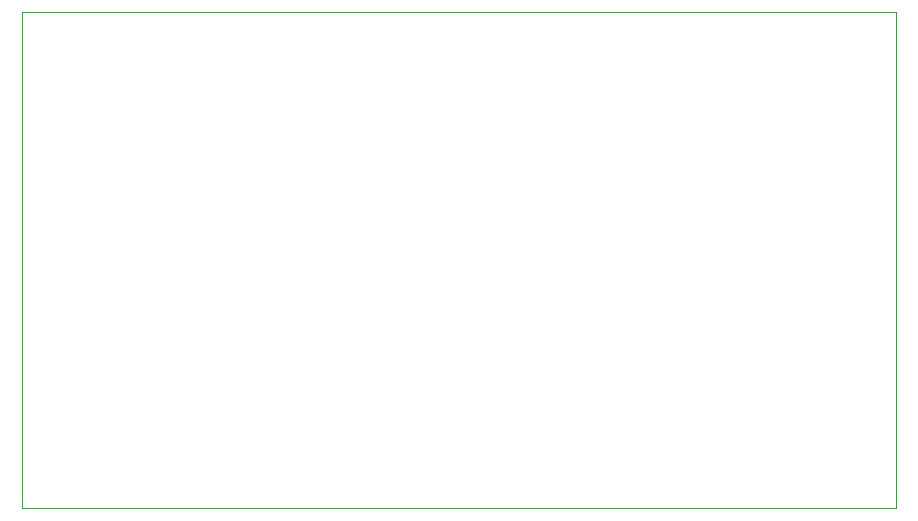
<source format=gbr>
G04 #@! TF.GenerationSoftware,KiCad,Pcbnew,5.1.5+dfsg1-2build2*
G04 #@! TF.CreationDate,2020-09-30T09:27:11+02:00*
G04 #@! TF.ProjectId,Adaptateur,41646170-7461-4746-9575-722e6b696361,rev?*
G04 #@! TF.SameCoordinates,Original*
G04 #@! TF.FileFunction,Profile,NP*
%FSLAX46Y46*%
G04 Gerber Fmt 4.6, Leading zero omitted, Abs format (unit mm)*
G04 Created by KiCad (PCBNEW 5.1.5+dfsg1-2build2) date 2020-09-30 09:27:11*
%MOMM*%
%LPD*%
G04 APERTURE LIST*
%ADD10C,0.050000*%
G04 APERTURE END LIST*
D10*
X60000000Y-112000000D02*
X60000000Y-70000000D01*
X134000000Y-112000000D02*
X60000000Y-112000000D01*
X134000000Y-70000000D02*
X134000000Y-112000000D01*
X60000000Y-70000000D02*
X134000000Y-70000000D01*
M02*

</source>
